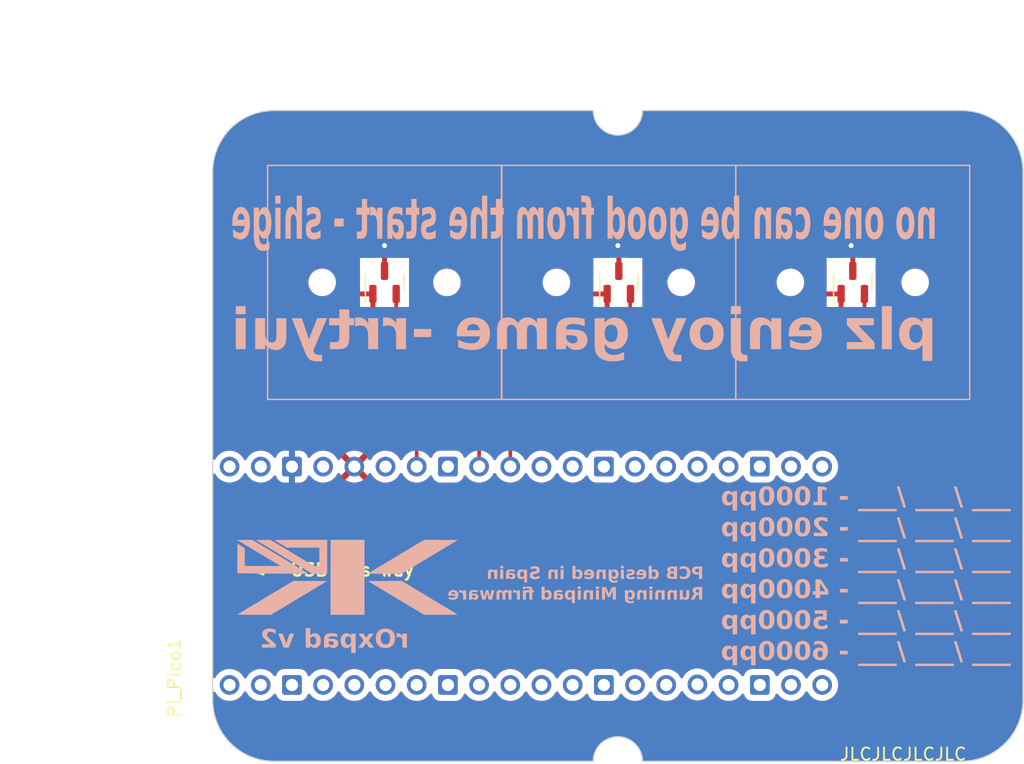
<source format=kicad_pcb>
(kicad_pcb (version 20221018) (generator pcbnew)
  (layers (0 "F.Cu" signal) (31 "B.Cu" signal) (34 "B.Paste" user) (35 "F.Paste" user) (36 "B.SilkS" user "B.Silkscreen") (37 "F.SilkS" user "F.Silkscreen") (38 "B.Mask" user) (39 "F.Mask" user) (44 "Edge.Cuts" user))
  (net 0 "")
  (net 36 "Net-(H1-VDD)")
  (net 37 "Net-(H1-OUT)")
  (net 38 "Net-(H1-GND)")
  (net 39 "Net-(H2-OUT)")
  (net 40 "Net-(H3-OUT)")
  (footprint "Raspberry_Pi_Pico_Kicad_Files:MODULE_SC0915" (layer "F.Cu") (at 184.51 81.89 90)
    (fp_text reference "Pi_Pico1" (at -8.325 -28.635 90) (layer "F.SilkS"))
    (fp_text value "SC0915")
    (pad "1" thru_hole circle (at -8.89 -24.13 90) (size 1.6 1.6) (drill 1) (layers "*.Cu" "*.Mask"))
    (pad "2" thru_hole circle (at -8.89 -21.59 90) (size 1.6 1.6) (drill 1) (layers "*.Cu" "*.Mask"))
    (pad "3" thru_hole roundrect (at -8.89 -19.05 90) (size 1.6 1.6) (drill 1) (layers "*.Cu" "*.Mask") (roundrect_rratio 0.125))
    (pad "4" thru_hole circle (at -8.89 -16.51 90) (size 1.6 1.6) (drill 1) (layers "*.Cu" "*.Mask"))
    (pad "5" thru_hole circle (at -8.89 -13.97 90) (size 1.6 1.6) (drill 1) (layers "*.Cu" "*.Mask"))
    (pad "6" thru_hole circle (at -8.89 -11.43 90) (size 1.6 1.6) (drill 1) (layers "*.Cu" "*.Mask"))
    (pad "7" thru_hole circle (at -8.89 -8.89 90) (size 1.6 1.6) (drill 1) (layers "*.Cu" "*.Mask"))
    (pad "8" thru_hole roundrect (at -8.89 -6.35 90) (size 1.6 1.6) (drill 1) (layers "*.Cu" "*.Mask") (roundrect_rratio 0.125))
    (pad "9" thru_hole circle (at -8.89 -3.81 90) (size 1.6 1.6) (drill 1) (layers "*.Cu" "*.Mask"))
    (pad "10" thru_hole circle (at -8.89 -1.27 90) (size 1.6 1.6) (drill 1) (layers "*.Cu" "*.Mask"))
    (pad "11" thru_hole circle (at -8.89 1.27 90) (size 1.6 1.6) (drill 1) (layers "*.Cu" "*.Mask"))
    (pad "12" thru_hole circle (at -8.89 3.81 90) (size 1.6 1.6) (drill 1) (layers "*.Cu" "*.Mask"))
    (pad "13" thru_hole roundrect (at -8.89 6.35 90) (size 1.6 1.6) (drill 1) (layers "*.Cu" "*.Mask") (roundrect_rratio 0.125))
    (pad "14" thru_hole circle (at -8.89 8.89 90) (size 1.6 1.6) (drill 1) (layers "*.Cu" "*.Mask"))
    (pad "15" thru_hole circle (at -8.89 11.43 90) (size 1.6 1.6) (drill 1) (layers "*.Cu" "*.Mask"))
    (pad "16" thru_hole circle (at -8.848119 13.97 90) (size 1.6 1.6) (drill 1) (layers "*.Cu" "*.Mask"))
    (pad "17" thru_hole circle (at -8.89 16.51 90) (size 1.6 1.6) (drill 1) (layers "*.Cu" "*.Mask"))
    (pad "18" thru_hole roundrect (at -8.89 19.05 90) (size 1.6 1.6) (drill 1) (layers "*.Cu" "*.Mask") (roundrect_rratio 0.125))
    (pad "19" thru_hole circle (at -8.89 21.59 90) (size 1.6 1.6) (drill 1) (layers "*.Cu" "*.Mask"))
    (pad "20" thru_hole circle (at -8.89 24.13 90) (size 1.6 1.6) (drill 1) (layers "*.Cu" "*.Mask"))
    (pad "21" thru_hole circle (at 8.89 24.13 90) (size 1.6 1.6) (drill 1) (layers "*.Cu" "*.Mask"))
    (pad "22" thru_hole circle (at 8.89 21.59 90) (size 1.6 1.6) (drill 1) (layers "*.Cu" "*.Mask"))
    (pad "23" thru_hole roundrect (at 8.89 19.05 90) (size 1.6 1.6) (drill 1) (layers "*.Cu" "*.Mask") (roundrect_rratio 0.125))
    (pad "24" thru_hole circle (at 8.89 16.51 90) (size 1.6 1.6) (drill 1) (layers "*.Cu" "*.Mask"))
    (pad "25" thru_hole circle (at 8.89 13.97 90) (size 1.6 1.6) (drill 1) (layers "*.Cu" "*.Mask"))
    (pad "26" thru_hole circle (at 8.89 11.43 90) (size 1.6 1.6) (drill 1) (layers "*.Cu" "*.Mask"))
    (pad "27" thru_hole circle (at 8.89 8.89 90) (size 1.6 1.6) (drill 1) (layers "*.Cu" "*.Mask"))
    (pad "28" thru_hole roundrect (at 8.89 6.35 90) (size 1.6 1.6) (drill 1) (layers "*.Cu" "*.Mask") (roundrect_rratio 0.125))
    (pad "29" thru_hole circle (at 8.89 3.81 90) (size 1.6 1.6) (drill 1) (layers "*.Cu" "*.Mask"))
    (pad "30" thru_hole circle (at 8.89 1.27 90) (size 1.6 1.6) (drill 1) (layers "*.Cu" "*.Mask"))
    (pad "31" thru_hole circle (at 8.89 -1.27 90) (size 1.6 1.6) (drill 1) (layers "*.Cu" "*.Mask") (net 40 "Net-(H3-OUT)"))
    (pad "32" thru_hole circle (at 8.89 -3.81 90) (size 1.6 1.6) (drill 1) (layers "*.Cu" "*.Mask") (net 39 "Net-(H2-OUT)"))
    (pad "33" thru_hole roundrect (at 8.89 -6.35 90) (size 1.6 1.6) (drill 1) (layers "*.Cu" "*.Mask") (roundrect_rratio 0.125))
    (pad "34" thru_hole circle (at 8.89 -8.89 90) (size 1.6 1.6) (drill 1) (layers "*.Cu" "*.Mask") (net 37 "Net-(H1-OUT)"))
    (pad "35" thru_hole circle (at 8.89 -11.43 90) (size 1.6 1.6) (drill 1) (layers "*.Cu" "*.Mask"))
    (pad "36" thru_hole circle (at 8.89 -13.97 90) (size 1.6 1.6) (drill 1) (layers "*.Cu" "*.Mask") (net 36 "Net-(H1-VDD)"))
    (pad "37" thru_hole circle (at 8.89 -16.51 90) (size 1.6 1.6) (drill 1) (layers "*.Cu" "*.Mask"))
    (pad "38" thru_hole roundrect (at 8.89 -19.05 90) (size 1.6 1.6) (drill 1) (layers "*.Cu" "*.Mask") (roundrect_rratio 0.125) (net 38 "Net-(H1-GND)"))
    (pad "39" thru_hole circle (at 8.89 -21.59 90) (size 1.6 1.6) (drill 1) (layers "*.Cu" "*.Mask"))
    (pad "40" thru_hole circle (at 8.89 -24.13 90) (size 1.6 1.6) (drill 1) (layers "*.Cu" "*.Mask"))
  )
  (footprint "Package_TO_SOT_SMD:SOT-23" (layer "F.Cu") (at 192.08 58 90)
    (fp_text reference "H2" hide)
    (fp_text value "SS49E")
    (fp_line (start 0 -1.56) (end -1.675 -1.56) (stroke (width 0.12)) (layer "F.SilkS"))
    (fp_line (start 0 -1.56) (end 0.65 -1.56) (stroke (width 0.12)) (layer "F.SilkS"))
    (fp_line (start 0 1.56) (end -0.65 1.56) (stroke (width 0.12)) (layer "F.SilkS"))
    (fp_line (start 0 1.56) (end 0.65 1.56) (stroke (width 0.12)) (layer "F.SilkS"))
    (pad "1" smd roundrect (at -0.9375 -0.95 90) (size 1.475 0.6) (layers "F.Cu" "F.Paste" "F.Mask") (net 36 "Net-(H1-VDD)"))
    (pad "2" smd roundrect (at -0.9375 0.95 90) (size 1.475 0.6) (layers "F.Cu" "F.Paste" "F.Mask") (net 39 "Net-(H2-OUT)"))
    (pad "3" smd roundrect (at 0.9375 0 90) (size 1.475 0.6) (layers "F.Cu" "F.Paste" "F.Mask") (net 38 "Net-(H1-GND)"))
  )
  (footprint "marbastlib-mx:SW_MX_1u_lekker" (layer "F.Cu") (at 211.13 58)
    (fp_text reference "REF**" hide)
    (fp_text value "SW_MX_1u_lekker" hide)
    (fp_line (start -9.525 -9.525) (end -9.525 9.525) (stroke (width 0.12)) (layer "B.SilkS"))
    (fp_line (start -9.525 9.525) (end 9.525 9.525) (stroke (width 0.12)) (layer "B.SilkS"))
    (fp_line (start 9.525 -9.525) (end -9.525 -9.525) (stroke (width 0.12)) (layer "B.SilkS"))
    (fp_line (start 9.525 9.525) (end 9.525 -9.525) (stroke (width 0.12)) (layer "B.SilkS"))
    (pad "" np_thru_hole circle (at -5.08 0) (size 1.75 1.75) (drill 1.75) (layers "*.Cu" "*.Mask"))
    (pad "" np_thru_hole circle (at 5.08 0) (size 1.75 1.75) (drill 1.75) (layers "*.Cu" "*.Mask"))
  )
  (footprint "Package_TO_SOT_SMD:SOT-23" (layer "F.Cu") (at 211.13 58 90)
    (fp_text reference "H3" hide)
    (fp_text value "SS49E")
    (fp_line (start 0 -1.56) (end -1.675 -1.56) (stroke (width 0.12)) (layer "F.SilkS"))
    (fp_line (start 0 -1.56) (end 0.65 -1.56) (stroke (width 0.12)) (layer "F.SilkS"))
    (fp_line (start 0 1.56) (end -0.65 1.56) (stroke (width 0.12)) (layer "F.SilkS"))
    (fp_line (start 0 1.56) (end 0.65 1.56) (stroke (width 0.12)) (layer "F.SilkS"))
    (pad "1" smd roundrect (at -0.9375 -0.95 90) (size 1.475 0.6) (layers "F.Cu" "F.Paste" "F.Mask") (net 36 "Net-(H1-VDD)"))
    (pad "2" smd roundrect (at -0.9375 0.95 90) (size 1.475 0.6) (layers "F.Cu" "F.Paste" "F.Mask") (net 40 "Net-(H3-OUT)"))
    (pad "3" smd roundrect (at 0.9375 0 90) (size 1.475 0.6) (layers "F.Cu" "F.Paste" "F.Mask") (net 38 "Net-(H1-GND)"))
  )
  (footprint "Package_TO_SOT_SMD:SOT-23" (layer "F.Cu") (at 173 58 90)
    (fp_text reference "H1" hide)
    (fp_text value "SS49E")
    (fp_line (start 0 -1.56) (end -1.675 -1.56) (stroke (width 0.12)) (layer "F.SilkS"))
    (fp_line (start 0 -1.56) (end 0.65 -1.56) (stroke (width 0.12)) (layer "F.SilkS"))
    (fp_line (start 0 1.56) (end -0.65 1.56) (stroke (width 0.12)) (layer "F.SilkS"))
    (fp_line (start 0 1.56) (end 0.65 1.56) (stroke (width 0.12)) (layer "F.SilkS"))
    (pad "1" smd roundrect (at -0.9375 -0.95 90) (size 1.475 0.6) (layers "F.Cu" "F.Paste" "F.Mask") (net 36 "Net-(H1-VDD)"))
    (pad "2" smd roundrect (at -0.9375 0.95 90) (size 1.475 0.6) (layers "F.Cu" "F.Paste" "F.Mask") (net 37 "Net-(H1-OUT)"))
    (pad "3" smd roundrect (at 0.9375 0 90) (size 1.475 0.6) (layers "F.Cu" "F.Paste" "F.Mask") (net 38 "Net-(H1-GND)"))
  )
  (footprint "marbastlib-mx:SW_MX_1u_lekker" (layer "F.Cu") (at 173 58)
    (fp_text reference "REF**" hide)
    (fp_text value "SW_MX_1u_lekker" hide)
    (fp_line (start -9.525 -9.525) (end -9.525 9.525) (stroke (width 0.12)) (layer "B.SilkS"))
    (fp_line (start -9.525 9.525) (end 9.525 9.525) (stroke (width 0.12)) (layer "B.SilkS"))
    (fp_line (start 9.525 -9.525) (end -9.525 -9.525) (stroke (width 0.12)) (layer "B.SilkS"))
    (fp_line (start 9.525 9.525) (end 9.525 -9.525) (stroke (width 0.12)) (layer "B.SilkS"))
    (pad "" np_thru_hole circle (at -5.08 0) (size 1.75 1.75) (drill 1.75) (layers "F&B.Cu" "*.Mask"))
    (pad "" np_thru_hole circle (at 5.08 0) (size 1.75 1.75) (drill 1.75) (layers "F&B.Cu" "*.Mask"))
  )
  (footprint "marbastlib-mx:SW_MX_1u_lekker" (layer "F.Cu") (at 192.08 58)
    (fp_text reference "REF**" hide)
    (fp_text value "SW_MX_1u_lekker" hide)
    (fp_line (start -9.525 -9.525) (end -9.525 9.525) (stroke (width 0.12)) (layer "B.SilkS"))
    (fp_line (start -9.525 9.525) (end 9.525 9.525) (stroke (width 0.12)) (layer "B.SilkS"))
    (fp_line (start 9.525 -9.525) (end -9.525 -9.525) (stroke (width 0.12)) (layer "B.SilkS"))
    (fp_line (start 9.525 9.525) (end 9.525 -9.525) (stroke (width 0.12)) (layer "B.SilkS"))
    (pad "" np_thru_hole circle (at -5.08 0) (size 1.75 1.75) (drill 1.75) (layers "*.Cu" "*.Mask"))
    (pad "" np_thru_hole circle (at 5.08 0) (size 1.75 1.75) (drill 1.75) (layers "*.Cu" "*.Mask"))
  )
  (footprint "LOGO" (layer "B.Cu") (at 170 82 180)
    (fp_text reference "G***" hide)
    (fp_text value "LOGO" hide)
    (fp_poly (pts (xy 1.397607 -0.015191) (xy 1.397607 -3.06866) (xy 0.015191 -3.06866) (xy -1.367225 -3.06866) (xy -1.367225 -0.015191) (xy -1.367225 3.038278) (xy 0.015191 3.038278) (xy 1.397607 3.038278)) (fill solid) (layer "B.SilkS"))
    (fp_poly (pts (xy -3.014723 -0.311109) (xy -1.640534 -0.319019) (xy -3.931936 -1.69384) (xy -6.223338 -3.06866) (xy -7.599205 -3.06866) (xy -7.887952 -3.068104) (xy -8.153237 -3.066506) (xy -8.389532 -3.063974) (xy -8.591309 -3.060615) (xy -8.753042 -3.056537) (xy -8.869203 -3.051847) (xy -8.934263 -3.046653) (xy -8.946209 -3.042499) (xy -8.916366 -3.023291) (xy -8.838187 -2.975184) (xy -8.715481 -2.900474) (xy -8.552059 -2.801459) (xy -8.35173 -2.680436) (xy -8.118303 -2.539702) (xy -7.855589 -2.381556) (xy -7.567397 -2.208293) (xy -7.257537 -2.022212) (xy -6.929818 -1.825609) (xy -6.653128 -1.659768) (xy -4.388911 -0.303199)) (fill solid) (layer "B.SilkS"))
    (fp_poly (pts (xy 6.68351 -1.659768) (xy 7.022929 -1.863226) (xy 7.347585 -2.058028) (xy 7.653666 -2.241877) (xy 7.937364 -2.412477) (xy 8.194869 -2.567528) (xy 8.422371 -2.704735) (xy 8.61606 -2.821801) (xy 8.772126 -2.916426) (xy 8.886761 -2.986316) (xy 8.956153 -3.029172) (xy 8.97659 -3.042499) (xy 8.95338 -3.047964) (xy 8.874927 -3.052956) (xy 8.74675 -3.057373) (xy 8.574371 -3.061116) (xy 8.36331 -3.064081) (xy 8.119088 -3.066166) (xy 7.847226 -3.067272) (xy 7.624557 -3.067392) (xy 6.24366 -3.066124) (xy 3.957309 -1.692572) (xy 1.670959 -0.319019) (xy 3.045126 -0.311109) (xy 4.419293 -0.303199)) (fill solid) (layer "B.SilkS"))
    (fp_poly (pts (xy -3.985608 1.696815) (xy -3.647333 1.493959) (xy -3.323209 1.299484) (xy -3.017135 1.115736) (xy -2.733014 0.945062) (xy -2.474745 0.789809) (xy -2.246229 0.652323) (xy -2.051367 0.534951) (xy -1.89406 0.44004) (xy -1.778209 0.369935) (xy -1.707715 0.326985) (xy -1.68708 0.314088) (xy -1.680504 0.304374) (xy -1.695005 0.296291) (xy -1.73514 0.289698) (xy -1.805467 0.284456) (xy -1.910545 0.280423) (xy -2.054932 0.277461) (xy -2.243186 0.275429) (xy -2.479866 0.274188) (xy -2.769529 0.273597) (xy -3.008731 0.273495) (xy -4.390311 0.273544) (xy -6.681957 1.648315) (xy -8.973602 3.023086) (xy -7.598903 3.030993) (xy -6.224205 3.0389)) (fill solid) (layer "B.SilkS"))
    (fp_poly (pts (xy 6.891636 3.031309) (xy 7.485088 3.023086) (xy 5.193004 1.648266) (xy 2.900921 0.273445) (xy 2.285986 0.273445) (xy 1.671052 0.273445) (xy 1.671052 1.655861) (xy 1.671052 3.038278) (xy 3.834306 3.038278) (xy 4.193864 3.037923) (xy 4.533222 3.036898) (xy 4.847756 3.035259) (xy 5.132842 3.033061) (xy 5.383855 3.030362) (xy 5.596173 3.027216) (xy 5.76517 3.023681) (xy 5.886223 3.019813) (xy 5.954708 3.015668) (xy 5.968696 3.012311) (xy 5.934497 2.989136) (xy 5.856754 2.940312) (xy 5.744187 2.871192) (xy 5.605513 2.787129) (xy 5.449452 2.693477) (xy 5.449141 2.693292) (xy 4.958451 2.400239) (xy 3.633771 2.400239) (xy 2.30909 2.400239) (xy 2.30909 1.655861) (xy 2.30909 0.911483) (xy 2.523098 0.911483) (xy 2.737105 0.911483) (xy 4.517644 1.975508) (xy 6.298183 3.039532)) (fill solid) (layer "B.SilkS"))
    (fp_poly (pts (xy 8.389529 3.031316) (xy 9.004255 3.023086) (xy 7.244173 1.967349) (xy 5.48409 0.911613) (xy 6.934868 0.911548) (xy 8.385645 0.911483) (xy 8.385645 1.637627) (xy 8.385645 2.36377) (xy 8.681878 2.5461) (xy 8.97811 2.728429) (xy 8.986058 1.526609) (xy 8.987603 1.262688) (xy 8.988646 1.018403) (xy 8.989189 0.800281) (xy 8.989233 0.614846) (xy 8.988778 0.468625) (xy 8.987826 0.368143) (xy 8.986379 0.319928) (xy 8.985844 0.316626) (xy 8.954972 0.31525) (xy 8.867513 0.313522) (xy 8.727647 0.311484) (xy 8.53955 0.309177) (xy 8.307401 0.306641) (xy 8.035378 0.303919) (xy 7.727659 0.301052) (xy 7.388423 0.29808) (xy 7.021846 0.295045) (xy 6.632108 0.291989) (xy 6.223386 0.288952) (xy 6.076341 0.2879) (xy 5.58716 0.284519) (xy 5.155388 0.281753) (xy 4.777673 0.279629) (xy 4.45066 0.278174) (xy 4.170996 0.277416) (xy 3.935329 0.277381) (xy 3.740304 0.278098) (xy 3.582569 0.279592) (xy 3.458769 0.281893) (xy 3.365553 0.285026) (xy 3.299565 0.28902) (xy 3.257454 0.293901) (xy 3.235865 0.299697) (xy 3.231445 0.306436) (xy 3.235765 0.311033) (xy 3.27052 0.332966) (xy 3.353506 0.383763) (xy 3.480821 0.461074) (xy 3.64856 0.562545) (xy 3.852822 0.685826) (xy 4.089703 0.828563) (xy 4.355301 0.988404) (xy 4.645713 1.162998) (xy 4.957035 1.349991) (xy 5.285366 1.547033) (xy 5.535667 1.697138) (xy 7.774803 3.039546)) (fill solid) (layer "B.SilkS"))
  )
  (gr_line (start 194 44) (end 220 44) (stroke (width 0.1)) (layer "Edge.Cuts"))
  (gr_arc (start 190 97) (mid 192 95) (end 194 97) (stroke (width 0.1)) (layer "Edge.Cuts"))
  (gr_arc (start 225 92) (mid 223.535534 95.535534) (end 220 97) (stroke (width 0.1)) (layer "Edge.Cuts"))
  (gr_line (start 194 97) (end 220 97) (stroke (width 0.1)) (layer "Edge.Cuts"))
  (gr_line (start 164 44) (end 190 44) (stroke (width 0.1)) (layer "Edge.Cuts"))
  (gr_arc (start 220 44) (mid 223.535534 45.464466) (end 225 49) (stroke (width 0.1)) (layer "Edge.Cuts"))
  (gr_arc (start 159 49) (mid 160.464466 45.464466) (end 164 44) (stroke (width 0.1)) (layer "Edge.Cuts"))
  (gr_arc (start 164 97) (mid 160.464466 95.535534) (end 159 92) (stroke (width 0.1)) (layer "Edge.Cuts"))
  (gr_arc (start 194 44) (mid 192 46) (end 190 44) (stroke (width 0.1)) (layer "Edge.Cuts"))
  (gr_line (start 190 97) (end 164 97) (stroke (width 0.1)) (layer "Edge.Cuts"))
  (gr_line (start 159 92) (end 159 49) (stroke (width 0.1)) (layer "Edge.Cuts"))
  (gr_line (start 225 49) (end 225 92) (stroke (width 0.1)) (layer "Edge.Cuts"))
  (gr_text "PCB designed in Spain\nRunning Minipad firmware\n" (at 199 84) (layer "B.SilkS") (effects (font (size 1 1) (thickness 0.2) bold) (justify left bottom mirror)))
  (gr_text "plz enjoy game -rrtyui" (at 218 64) (layer "B.SilkS") (effects (font (size 3.3 3.3) (thickness 0.2) bold) (justify left bottom mirror)))
  (gr_text "no one can be good from the start - shige" (at 218 55) (layer "B.SilkS") (effects (font (size 3.3 1.75) (thickness 0.2) bold) (justify left bottom mirror)))
  (gr_text "___ /___ /___ - 1000pp\n___ /___ /___ - 2000pp\n___ /___ /___ - 3000pp\n___ /___ /___ - 4000pp\n___ /___ /___ - 5000pp\n___ /___ /___ - 6000pp" (at 224 89) (layer "B.SilkS") (effects (font (size 1.5 1.5) (thickness 0.3) bold) (justify left bottom mirror)))
  (gr_text "rOxpad v2\n" (at 175 88) (layer "B.SilkS") (effects (font (size 1.5 1.5) (thickness 0.3) bold) (justify left bottom mirror)))
  (gr_text "<- USB this way\n" (at 162 82) (layer "F.SilkS") (effects (font (size 1 1) (thickness 0.2) bold) (justify left bottom)))
  (gr_text "JLCJLCJLCJLC" (at 210 97) (layer "F.SilkS") (effects (font (size 1 1)) (justify left bottom)))
  (segment (start 210.18 58.9375) (end 208.0625 58.9375) (width 0.4) (layer "F.Cu") (net 36))
  (segment (start 172.05 58.9375) (end 172.05 60.95) (width 0.4) (layer "F.Cu") (net 36))
  (segment (start 210.18 58.9375) (end 210.18 60.82) (width 0.4) (layer "F.Cu") (net 36))
  (segment (start 191.13 58.9375) (end 189.0625 58.9375) (width 0.4) (layer "F.Cu") (net 36))
  (segment (start 191.13 58.9375) (end 191.13 60.87) (width 0.4) (layer "F.Cu") (net 36))
  (segment (start 172.05 58.9375) (end 170.0625 58.9375) (width 0.4) (layer "F.Cu") (net 36))
  (segment (start 174.682233 63.682233) (end 174.887767 63.887767) (width 0.3) (layer "F.Cu") (net 37))
  (segment (start 175.62 65.655534) (end 175.62 73) (width 0.3) (layer "F.Cu") (net 37))
  (segment (start 173.95 58.9375) (end 173.95 61.914466) (width 0.3) (layer "F.Cu") (net 37))
  (arc (start 174.682233 63.682233) (mid 174.140301 62.871175) (end 173.95 61.914466) (width 0.3) (layer "F.Cu") (net 37))
  (arc (start 174.887767 63.887767) (mid 175.429699 64.698825) (end 175.62 65.655534) (width 0.3) (layer "F.Cu") (net 37))
  (segment (start 173 57.0625) (end 173 55) (width 0.4) (layer "F.Cu") (net 38))
  (segment (start 211.13 57.0625) (end 211.13 55.13) (width 0.4) (layer "F.Cu") (net 38))
  (segment (start 192.08 57.0625) (end 192.08 55.08) (width 0.4) (layer "F.Cu") (net 38))
  (segment (start 211.13 55.13) (end 211 55) (width 0.4) (layer "F.Cu") (net 38))
  (segment (start 192.08 55.08) (end 192 55) (width 0.4) (layer "F.Cu") (net 38))
  (via (at 192 55) (size 0.8) (drill 0.4) (layers "F.Cu" "B.Cu") (net 38))
  (via (at 173 55) (size 0.8) (drill 0.4) (layers "F.Cu" "B.Cu") (net 38))
  (via (at 211 55) (size 0.8) (drill 0.4) (layers "F.Cu" "B.Cu") (net 38))
  (segment (start 180.7 68.542641) (end 180.7 73) (width 0.3) (layer "F.Cu") (net 39))
  (segment (start 190 64.990145) (end 184.252496 64.990145) (width 0.3) (layer "F.Cu") (net 39))
  (segment (start 193.03 58.9375) (end 193 58.9675) (width 0.3) (layer "F.Cu") (net 39))
  (segment (start 193 58.9675) (end 193 61.757359) (width 0.3) (layer "F.Cu") (net 39))
  (segment (start 192.12132 63.87868) (end 191.878679 64.121321) (width 0.3) (layer "F.Cu") (net 39))
  (segment (start 182.131175 65.868825) (end 181.578679 66.421321) (width 0.3) (layer "F.Cu") (net 39))
  (arc (start 191.878679 64.121321) (mid 190.905409 64.771639) (end 189.757359 65) (width 0.3) (layer "F.Cu") (net 39))
  (arc (start 184.252496 64.990145) (mid 183.104445 65.218507) (end 182.131175 65.868825) (width 0.3) (layer "F.Cu") (net 39))
  (arc (start 180.7 68.542641) (mid 180.928361 67.394591) (end 181.578679 66.421321) (width 0.3) (layer "F.Cu") (net 39))
  (arc (start 193 61.757359) (mid 192.771638 62.90541) (end 192.12132 63.87868) (width 0.3) (layer "F.Cu") (net 39))
  (segment (start 212.08 58.9375) (end 212.08 63.677359) (width 0.3) (layer "F.Cu") (net 40))
  (segment (start 208.757359 67) (end 186.035534 67) (width 0.3) (layer "F.Cu") (net 40))
  (segment (start 183.24 69.795534) (end 183.24 73) (width 0.3) (layer "F.Cu") (net 40))
  (segment (start 211.20132 65.79868) (end 210.878679 66.121321) (width 0.3) (layer "F.Cu") (net 40))
  (segment (start 184.267767 67.732233) (end 183.972233 68.027767) (width 0.3) (layer "F.Cu") (net 40))
  (arc (start 208.757359 67) (mid 209.905409 66.771639) (end 210.878679 66.121321) (width 0.3) (layer "F.Cu") (net 40))
  (arc (start 186.035534 67) (mid 185.078825 67.190301) (end 184.267767 67.732233) (width 0.3) (layer "F.Cu") (net 40))
  (arc (start 183.24 69.795534) (mid 183.430301 68.838825) (end 183.972233 68.027767) (width 0.3) (layer "F.Cu") (net 40))
  (arc (start 211.20132 65.79868) (mid 211.851639 64.82541) (end 212.08 63.677359) (width 0.3) (layer "F.Cu") (net 40))
  (zone (net 36) (net_name "Net-(H1-VDD)") (layer "F.Cu") (name "Left_SS49E") (priority 1) (connect_pads (clearance 0.5)) (min_thickness 0.25) (fill yes (thermal_gap 0.5) (thermal_bridge_width 0.5))
    (polygon (pts (xy 159 97) (xy 159 44) (xy 225 44) (xy 225 97)))
  )
  (zone (net 0) (net_name "") (layers "F&B.Cu") (name "Mid_SS49E") (connect_pads (clearance 0)) (min_thickness 0.25)
    (keepout (tracks allowed) (vias allowed) (pads allowed) (copperpour not_allowed) (footprints allowed))
    (fill (thermal_gap 0.5) (thermal_bridge_width 0.5))
    (polygon (pts (xy 190 60) (xy 190 56) (xy 194 56) (xy 194 60)))
  )
  (zone (net 0) (net_name "") (layers "F&B.Cu") (name "Right_SS49E") (connect_pads (clearance 0)) (min_thickness 0.25)
    (keepout (tracks allowed) (vias allowed) (pads allowed) (copperpour not_allowed) (footprints allowed))
    (fill (thermal_gap 0.5) (thermal_bridge_width 0.5))
    (polygon (pts (xy 171 60) (xy 171 56) (xy 175 56) (xy 175 60)))
  )
  (zone (net 0) (net_name "") (layers "F&B.Cu") (name "Left_SS49E") (connect_pads (clearance 0)) (min_thickness 0.25)
    (keepout (tracks allowed) (vias allowed) (pads allowed) (copperpour not_allowed) (footprints allowed))
    (fill (thermal_gap 0.5) (thermal_bridge_width 0.5))
    (polygon (pts (xy 209 60) (xy 209 56) (xy 213 56) (xy 213 60)))
  )
  (zone (net 38) (net_name "Net-(H1-GND)") (layer "B.Cu") (connect_pads (clearance 0.5)) (min_thickness 0.25) (fill yes (thermal_gap 0.5) (thermal_bridge_width 0.5))
    (polygon (pts (xy 159 97) (xy 159 44) (xy 225 44) (xy 225 97)))
  )
)
</source>
